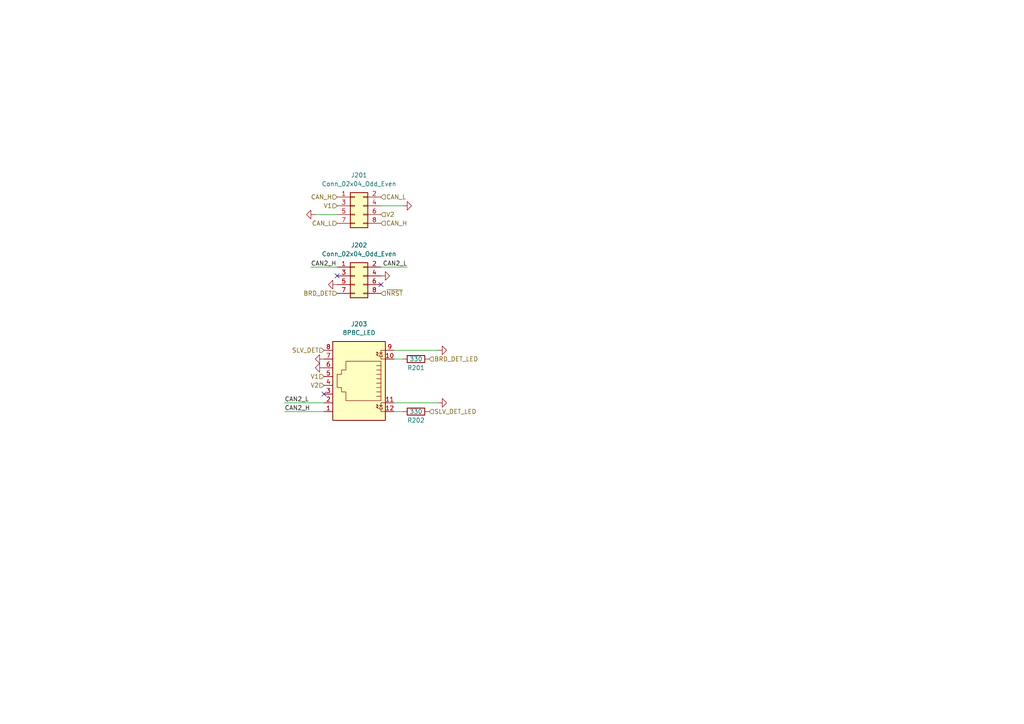
<source format=kicad_sch>
(kicad_sch (version 20230121) (generator eeschema)
  (paper "A4")
  (lib_symbols
    (symbol "Connector:8P8C_LED" (pin_names (offset 1.016))
      (property "Reference" "J" (at -5.08 13.97 0))
      (property "Value" "8P8C_LED" (at 1.27 13.97 0))
      (symbol "8P8C_LED_0_1"
        (polyline (pts (xy -7.62 -7.62) (xy -6.35 -7.62)))
        (polyline (pts (xy -7.62 -5.08) (xy -6.35 -5.08)))
        (polyline (pts (xy -7.62 7.62) (xy -6.35 7.62)))
        (polyline (pts (xy -7.62 10.16) (xy -6.35 10.16)))
        (polyline (pts (xy -6.858 -5.842) (xy -5.842 -5.842)))
        (polyline (pts (xy -6.858 9.398) (xy -5.842 9.398)))
        (polyline (pts (xy -6.35 -7.62) (xy -6.35 -6.858)))
        (polyline (pts (xy -6.35 -5.08) (xy -6.35 -5.842)))
        (polyline (pts (xy -6.35 7.62) (xy -6.35 8.382)))
        (polyline (pts (xy -6.35 10.16) (xy -6.35 9.398)))
        (polyline (pts (xy -5.08 -6.223) (xy -5.207 -6.604)))
        (polyline (pts (xy -5.08 -5.588) (xy -5.207 -5.969)))
        (polyline (pts (xy -5.08 4.445) (xy -6.35 4.445)))
        (polyline (pts (xy -5.08 5.715) (xy -6.35 5.715)))
        (polyline (pts (xy -5.08 9.017) (xy -5.207 8.636)))
        (polyline (pts (xy -5.08 9.652) (xy -5.207 9.271)))
        (polyline (pts (xy -6.35 -3.175) (xy -5.08 -3.175) (xy -5.08 -3.175)))
        (polyline (pts (xy -6.35 -1.905) (xy -5.08 -1.905) (xy -5.08 -1.905)))
        (polyline (pts (xy -6.35 -0.635) (xy -5.08 -0.635) (xy -5.08 -0.635)))
        (polyline (pts (xy -6.35 0.635) (xy -5.08 0.635) (xy -5.08 0.635)))
        (polyline (pts (xy -6.35 1.905) (xy -5.08 1.905) (xy -5.08 1.905)))
        (polyline (pts (xy -5.588 -6.731) (xy -5.08 -6.223) (xy -5.461 -6.35)))
        (polyline (pts (xy -5.588 -6.096) (xy -5.08 -5.588) (xy -5.461 -5.715)))
        (polyline (pts (xy -5.588 8.509) (xy -5.08 9.017) (xy -5.461 8.89)))
        (polyline (pts (xy -5.588 9.144) (xy -5.08 9.652) (xy -5.461 9.525)))
        (polyline (pts (xy -5.08 3.175) (xy -6.35 3.175) (xy -6.35 3.175)))
        (polyline (pts (xy -6.35 -5.842) (xy -6.858 -6.858) (xy -5.842 -6.858) (xy -6.35 -5.842)))
        (polyline (pts (xy -6.35 9.398) (xy -6.858 8.382) (xy -5.842 8.382) (xy -6.35 9.398)))
        (polyline (pts (xy -6.35 -4.445) (xy -6.35 6.985) (xy 3.81 6.985) (xy 3.81 4.445) (xy 5.08 4.445) (xy 5.08 3.175) (xy 6.35 3.175) (xy 6.35 -0.635) (xy 5.08 -0.635) (xy 5.08 -1.905) (xy 3.81 -1.905) (xy 3.81 -4.445) (xy -6.35 -4.445) (xy -6.35 -4.445)))
        (rectangle (start 7.62 12.7) (end -7.62 -10.16) (stroke (width 0.254)) (fill (type background)))
      )
      (symbol "8P8C_LED_1_1"
        (pin passive line (at 10.16 -7.62 180) (length 2.54) (name "~") (number "1"))
        (pin passive line (at -10.16 7.62 0) (length 2.54) (name "~") (number "10"))
        (pin passive line (at -10.16 -5.08 0) (length 2.54) (name "~") (number "11"))
        (pin passive line (at -10.16 -7.62 0) (length 2.54) (name "~") (number "12"))
        (pin passive line (at 10.16 -5.08 180) (length 2.54) (name "~") (number "2"))
        (pin passive line (at 10.16 -2.54 180) (length 2.54) (name "~") (number "3"))
        (pin passive line (at 10.16 0 180) (length 2.54) (name "~") (number "4"))
        (pin passive line (at 10.16 2.54 180) (length 2.54) (name "~") (number "5"))
        (pin passive line (at 10.16 5.08 180) (length 2.54) (name "~") (number "6"))
        (pin passive line (at 10.16 7.62 180) (length 2.54) (name "~") (number "7"))
        (pin passive line (at 10.16 10.16 180) (length 2.54) (name "~") (number "8"))
        (pin passive line (at -10.16 10.16 0) (length 2.54) (name "~") (number "9"))
      )
    )
    (symbol "Connector_Generic:Conn_02x04_Odd_Even" (pin_names (offset 1.016) hide)
      (property "Reference" "J" (at 1.27 5.08 0))
      (property "Value" "Conn_02x04_Odd_Even" (at 1.27 -7.62 0))
      (symbol "Conn_02x04_Odd_Even_1_1"
        (rectangle (start -1.27 -4.953) (end 0 -5.207) (stroke (width 0.1524)))
        (rectangle (start -1.27 -2.413) (end 0 -2.667) (stroke (width 0.1524)))
        (rectangle (start -1.27 0.127) (end 0 -0.127) (stroke (width 0.1524)))
        (rectangle (start -1.27 2.667) (end 0 2.413) (stroke (width 0.1524)))
        (rectangle (start -1.27 3.81) (end 3.81 -6.35) (stroke (width 0.254)) (fill (type background)))
        (rectangle (start 3.81 -4.953) (end 2.54 -5.207) (stroke (width 0.1524)))
        (rectangle (start 3.81 -2.413) (end 2.54 -2.667) (stroke (width 0.1524)))
        (rectangle (start 3.81 0.127) (end 2.54 -0.127) (stroke (width 0.1524)))
        (rectangle (start 3.81 2.667) (end 2.54 2.413) (stroke (width 0.1524)))
        (pin passive line (at -5.08 2.54 0) (length 3.81) (name "Pin_1") (number "1"))
        (pin passive line (at 7.62 2.54 180) (length 3.81) (name "Pin_2") (number "2"))
        (pin passive line (at -5.08 0 0) (length 3.81) (name "Pin_3") (number "3"))
        (pin passive line (at 7.62 0 180) (length 3.81) (name "Pin_4") (number "4"))
        (pin passive line (at -5.08 -2.54 0) (length 3.81) (name "Pin_5") (number "5"))
        (pin passive line (at 7.62 -2.54 180) (length 3.81) (name "Pin_6") (number "6"))
        (pin passive line (at -5.08 -5.08 0) (length 3.81) (name "Pin_7") (number "7"))
        (pin passive line (at 7.62 -5.08 180) (length 3.81) (name "Pin_8") (number "8"))
      )
    )
    (symbol "Device:R" (pin_numbers hide) (pin_names (offset 0))
      (property "Reference" "R" (at 2.032 0 90))
      (property "Value" "R" (at 0 0 90))
      (symbol "R_0_1"
        (rectangle (start -1.016 -2.54) (end 1.016 2.54) (stroke (width 0.254)))
      )
      (symbol "R_1_1"
        (pin passive line (at 0 3.81 270) (length 1.27) (name "~") (number "1"))
        (pin passive line (at 0 -3.81 90) (length 1.27) (name "~") (number "2"))
      )
    )
    (symbol "power:GND" (power) (pin_names (offset 0))
      (property "Value" "GND" (at 0 -3.81 0))
      (symbol "GND_0_1"
        (polyline (pts (xy 0 0) (xy 0 -1.27) (xy 1.27 -1.27) (xy 0 -2.54) (xy -1.27 -1.27) (xy 0 -1.27)))
      )
      (symbol "GND_1_1"
        (pin power_in line (at 0 0 270) (length 0) hide (name "GND") (number "1"))
      )
    )
  )
  (no_connect (at 110.49 82.55))
  (no_connect (at 97.79 80.01))
  (no_connect (at 93.98 114.3))
  (wire (pts (xy 116.84 104.14) (xy 114.3 104.14)))
  (wire (pts (xy 114.3 101.6) (xy 127 101.6)))
  (wire (pts (xy 91.44 62.23) (xy 97.79 62.23)))
  (wire (pts (xy 118.11 77.47) (xy 110.49 77.47)))
  (wire (pts (xy 82.55 116.84) (xy 93.98 116.84)))
  (wire (pts (xy 90.17 77.47) (xy 97.79 77.47)))
  (wire (pts (xy 114.3 116.84) (xy 127 116.84)))
  (wire (pts (xy 82.55 119.38) (xy 93.98 119.38)))
  (wire (pts (xy 116.84 59.69) (xy 110.49 59.69)))
  (wire (pts (xy 116.84 119.38) (xy 114.3 119.38)))
  (label "CAN2_L" (at 82.55 116.84 0))
  (label "CAN2_L" (at 118.11 77.47 180))
  (label "CAN2_H" (at 90.17 77.47 0))
  (label "CAN2_H" (at 82.55 119.38 0))
  (hierarchical_label "SLV_DET" (shape input) (at 93.98 101.6 180))
  (hierarchical_label "CAN_H" (shape input) (at 110.49 64.77 0))
  (hierarchical_label "CAN_H" (shape input) (at 97.79 57.15 180))
  (hierarchical_label "V1" (shape input) (at 93.98 109.22 180))
  (hierarchical_label "V2" (shape input) (at 110.49 62.23 0))
  (hierarchical_label "CAN_L" (shape input) (at 110.49 57.15 0))
  (hierarchical_label "V2" (shape input) (at 93.98 111.76 180))
  (hierarchical_label "BRD_DET_LED" (shape input) (at 124.46 104.14 0))
  (hierarchical_label "SLV_DET_LED" (shape input) (at 124.46 119.38 0))
  (hierarchical_label "BRD_DET" (shape input) (at 97.79 85.09 180))
  (hierarchical_label "V1" (shape input) (at 97.79 59.69 180))
  (hierarchical_label "CAN_L" (shape input) (at 97.79 64.77 180))
  (hierarchical_label "~{NRST}" (shape input) (at 110.49 85.09 0))
  (symbol (lib_id "power:GND") (at 127 116.84 90) (unit 1)
    (property "Reference" "#PWR0207" (effects hide))
    (property "Value" "GND" (effects hide))
    (instances (project "brain-Interconnect" (path "" (reference "#PWR0207") (unit 1)) (path "" (reference "#PWR0308") (unit 1)) (path "" (reference "#PWR0408") (unit 1)) (path "" (reference "#PWR0508") (unit 1)) (path "" (reference "#PWR0608") (unit 1))))
  )
  (symbol (lib_id "Device:R") (at 120.65 119.38 90) (unit 1)
    (property "Reference" "R602" (at 120.65 121.92 90))
    (property "Value" "330" (at 120.65 119.38 90))
    (property "Footprint" "Resistor_SMD:R_0603_1608Metric" (effects hide))
    (instances (project "brain-Interconnect" (path "" (reference "R202") (unit 1)) (path "" (reference "R302") (unit 1)) (path "" (reference "R402") (unit 1)) (path "" (reference "R502") (unit 1)) (path "" (reference "R602") (unit 1))))
  )
  (symbol (lib_id "Connector_Generic:Conn_02x04_Odd_Even") (at 102.87 80.01 0) (unit 1)
    (property "Reference" "J202" (at 104.14 71.12 0))
    (property "Value" "Conn_02x04_Odd_Even" (at 104.14 73.66 0))
    (property "Footprint" "NVF-Kicad:2x04V-H" (effects hide))
    (instances (project "brain-Interconnect" (path "" (reference "J202") (unit 1)) (path "" (reference "J302") (unit 1)) (path "" (reference "J402") (unit 1)) (path "" (reference "J502") (unit 1)) (path "" (reference "J602") (unit 1))))
  )
  (symbol (lib_id "Connector:8P8C_LED") (at 104.14 111.76 0) (mirror y) (unit 1)
    (property "Reference" "J203" (at 104.14 93.98 0))
    (property "Value" "8P8C_LED" (at 104.14 96.52 0))
    (property "Footprint" "Connector_RJ:RJ45_Amphenol_RJHSE538X" (effects hide))
    (instances (project "brain-Interconnect" (path "" (reference "J203") (unit 1)) (path "" (reference "J303") (unit 1)) (path "" (reference "J403") (unit 1)) (path "" (reference "J503") (unit 1)) (path "" (reference "J603") (unit 1))))
  )
  (symbol (lib_id "power:GND") (at 93.98 106.68 270) (mirror x) (unit 1)
    (property "Reference" "#PWR0206" (effects hide))
    (property "Value" "GND" (effects hide))
    (instances (project "brain-Interconnect" (path "" (reference "#PWR0206") (unit 1)) (path "" (reference "#PWR0307") (unit 1)) (path "" (reference "#PWR0407") (unit 1)) (path "" (reference "#PWR0507") (unit 1)) (path "" (reference "#PWR0607") (unit 1))))
  )
  (symbol (lib_id "Connector_Generic:Conn_02x04_Odd_Even") (at 102.87 59.69 0) (unit 1)
    (property "Reference" "J201" (at 104.14 50.8 0))
    (property "Value" "Conn_02x04_Odd_Even" (at 104.14 53.34 0))
    (property "Footprint" "NVF-Kicad:2x04V-H" (effects hide))
    (instances (project "brain-Interconnect" (path "" (reference "J201") (unit 1)) (path "" (reference "J301") (unit 1)) (path "" (reference "J401") (unit 1)) (path "" (reference "J501") (unit 1)) (path "" (reference "J601") (unit 1))))
  )
  (symbol (lib_id "Device:R") (at 120.65 104.14 90) (unit 1)
    (property "Reference" "R601" (at 120.65 106.68 90))
    (property "Value" "330" (at 120.65 104.14 90))
    (property "Footprint" "Resistor_SMD:R_0603_1608Metric" (effects hide))
    (instances (project "brain-Interconnect" (path "" (reference "R201") (unit 1)) (path "" (reference "R301") (unit 1)) (path "" (reference "R401") (unit 1)) (path "" (reference "R501") (unit 1)) (path "" (reference "R601") (unit 1))))
  )
  (symbol (lib_id "power:GND") (at 91.44 62.23 270) (mirror x) (unit 1)
    (property "Reference" "#PWR0202" (effects hide))
    (property "Value" "GND" (effects hide))
    (instances (project "brain-Interconnect" (path "" (reference "#PWR0202") (unit 1)) (path "" (reference "#PWR0302") (unit 1)) (path "" (reference "#PWR0402") (unit 1)) (path "" (reference "#PWR0502") (unit 1)) (path "" (reference "#PWR0602") (unit 1))))
  )
  (symbol (lib_id "power:GND") (at 97.79 82.55 270) (mirror x) (unit 1)
    (property "Reference" "#PWR0204" (effects hide))
    (property "Value" "GND" (effects hide))
    (instances (project "brain-Interconnect" (path "" (reference "#PWR0204") (unit 1)) (path "" (reference "#PWR0304") (unit 1)) (path "" (reference "#PWR0404") (unit 1)) (path "" (reference "#PWR0504") (unit 1)) (path "" (reference "#PWR0604") (unit 1))))
  )
  (symbol (lib_id "power:GND") (at 116.84 59.69 90) (unit 1)
    (property "Reference" "#PWR0201" (effects hide))
    (property "Value" "GND" (effects hide))
    (instances (project "brain-Interconnect" (path "" (reference "#PWR0201") (unit 1)) (path "" (reference "#PWR0301") (unit 1)) (path "" (reference "#PWR0401") (unit 1)) (path "" (reference "#PWR0501") (unit 1)) (path "" (reference "#PWR0601") (unit 1))))
  )
  (symbol (lib_id "power:GND") (at 110.49 80.01 90) (unit 1)
    (property "Reference" "#PWR0203" (effects hide))
    (property "Value" "GND" (effects hide))
    (instances (project "brain-Interconnect" (path "" (reference "#PWR0203") (unit 1)) (path "" (reference "#PWR0303") (unit 1)) (path "" (reference "#PWR0403") (unit 1)) (path "" (reference "#PWR0503") (unit 1)) (path "" (reference "#PWR0603") (unit 1))))
  )
  (symbol (lib_id "power:GND") (at 93.98 104.14 270) (mirror x) (unit 1)
    (property "Reference" "#PWR0205" (effects hide))
    (property "Value" "GND" (effects hide))
    (instances (project "brain-Interconnect" (path "" (reference "#PWR0205") (unit 1)) (path "" (reference "#PWR0306") (unit 1)) (path "" (reference "#PWR0406") (unit 1)) (path "" (reference "#PWR0506") (unit 1)) (path "" (reference "#PWR0606") (unit 1))))
  )
  (symbol (lib_id "power:GND") (at 127 101.6 90) (unit 1)
    (property "Reference" "#PWR0208" (effects hide))
    (property "Value" "GND" (effects hide))
    (instances (project "brain-Interconnect" (path "" (reference "#PWR0208") (unit 1)) (path "" (reference "#PWR0305") (unit 1)) (path "" (reference "#PWR0405") (unit 1)) (path "" (reference "#PWR0505") (unit 1)) (path "" (reference "#PWR0605") (unit 1))))
  )
)
</source>
